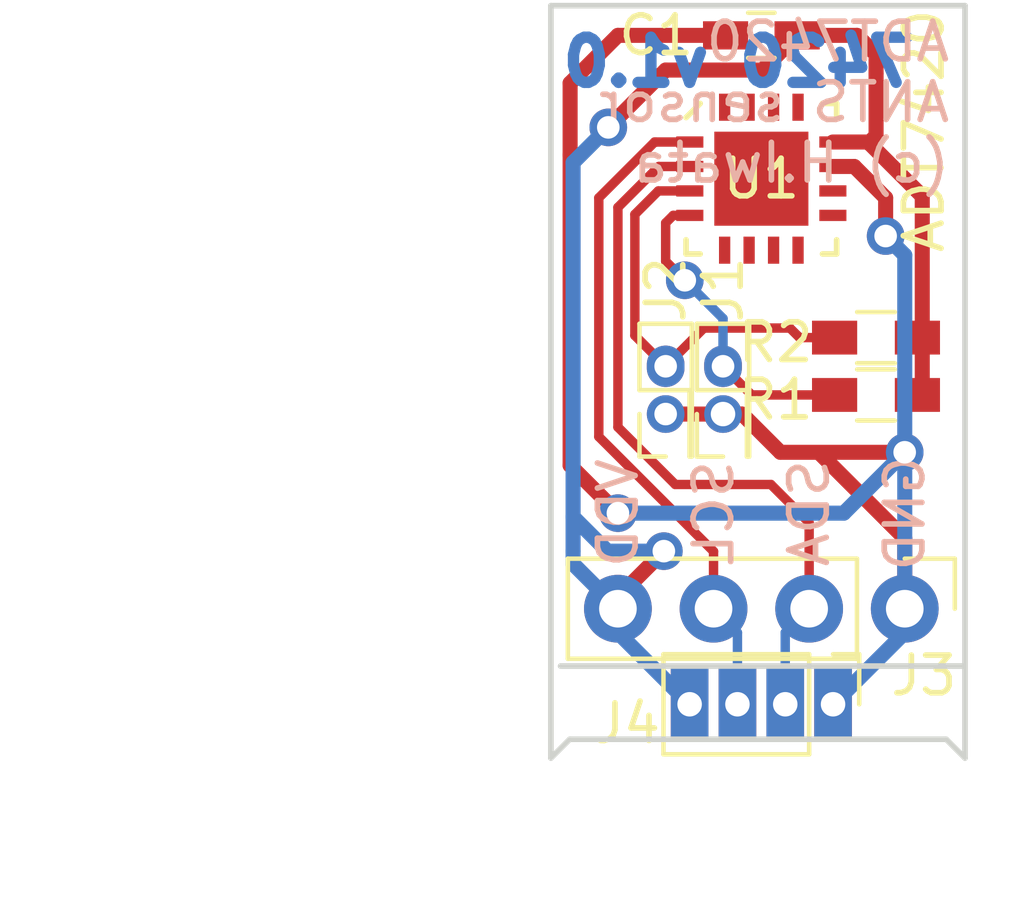
<source format=kicad_pcb>
(kicad_pcb (version 4) (host pcbnew 4.0.6)

  (general
    (links 18)
    (no_connects 0)
    (area 128.150001 96.815 155 122.700001)
    (thickness 1.6)
    (drawings 15)
    (tracks 89)
    (zones 0)
    (modules 8)
    (nets 18)
  )

  (page A4)
  (layers
    (0 F.Cu signal)
    (31 B.Cu signal)
    (32 B.Adhes user)
    (33 F.Adhes user)
    (34 B.Paste user)
    (35 F.Paste user)
    (36 B.SilkS user)
    (37 F.SilkS user hide)
    (38 B.Mask user)
    (39 F.Mask user)
    (40 Dwgs.User user)
    (41 Cmts.User user)
    (42 Eco1.User user)
    (43 Eco2.User user)
    (44 Edge.Cuts user)
    (45 Margin user)
    (46 B.CrtYd user)
    (47 F.CrtYd user)
    (48 B.Fab user)
    (49 F.Fab user)
  )

  (setup
    (last_trace_width 0.4)
    (user_trace_width 0.4)
    (trace_clearance 0.2)
    (zone_clearance 0.508)
    (zone_45_only no)
    (trace_min 0.2)
    (segment_width 0.2)
    (edge_width 0.15)
    (via_size 0.6)
    (via_drill 0.4)
    (via_min_size 0.4)
    (via_min_drill 0.3)
    (user_via 0.8 0.6)
    (user_via 1 0.6)
    (uvia_size 0.3)
    (uvia_drill 0.1)
    (uvias_allowed no)
    (uvia_min_size 0.2)
    (uvia_min_drill 0.1)
    (pcb_text_width 0.3)
    (pcb_text_size 1.5 1.5)
    (mod_edge_width 0.15)
    (mod_text_size 1 1)
    (mod_text_width 0.15)
    (pad_size 1 1)
    (pad_drill 0.65)
    (pad_to_mask_clearance 0.2)
    (aux_axis_origin 0 0)
    (grid_origin 146 109)
    (visible_elements 7FFFFFFF)
    (pcbplotparams
      (layerselection 0x010f0_80000001)
      (usegerberextensions false)
      (excludeedgelayer true)
      (linewidth 0.100000)
      (plotframeref false)
      (viasonmask false)
      (mode 1)
      (useauxorigin false)
      (hpglpennumber 1)
      (hpglpenspeed 20)
      (hpglpendiameter 15)
      (hpglpenoverlay 2)
      (psnegative false)
      (psa4output false)
      (plotreference true)
      (plotvalue true)
      (plotinvisibletext false)
      (padsonsilk false)
      (subtractmaskfromsilk false)
      (outputformat 1)
      (mirror false)
      (drillshape 0)
      (scaleselection 1)
      (outputdirectory ADT7420_cnt/))
  )

  (net 0 "")
  (net 1 /VDD)
  (net 2 /GND)
  (net 3 "Net-(J1-Pad2)")
  (net 4 "Net-(J2-Pad2)")
  (net 5 /SDA)
  (net 6 /SCL)
  (net 7 "Net-(U1-Pad5)")
  (net 8 "Net-(U1-Pad6)")
  (net 9 "Net-(U1-Pad7)")
  (net 10 "Net-(U1-Pad8)")
  (net 11 "Net-(U1-Pad9)")
  (net 12 "Net-(U1-Pad10)")
  (net 13 "Net-(U1-Pad13)")
  (net 14 "Net-(U1-Pad14)")
  (net 15 "Net-(U1-Pad15)")
  (net 16 "Net-(U1-Pad16)")
  (net 17 "Net-(U1-Pad17)")

  (net_class Default "これは標準のネット クラスです。"
    (clearance 0.2)
    (trace_width 0.25)
    (via_dia 0.6)
    (via_drill 0.4)
    (uvia_dia 0.3)
    (uvia_drill 0.1)
    (add_net /GND)
    (add_net /SCL)
    (add_net /SDA)
    (add_net /VDD)
    (add_net "Net-(J1-Pad2)")
    (add_net "Net-(J2-Pad2)")
    (add_net "Net-(U1-Pad10)")
    (add_net "Net-(U1-Pad13)")
    (add_net "Net-(U1-Pad14)")
    (add_net "Net-(U1-Pad15)")
    (add_net "Net-(U1-Pad16)")
    (add_net "Net-(U1-Pad17)")
    (add_net "Net-(U1-Pad5)")
    (add_net "Net-(U1-Pad6)")
    (add_net "Net-(U1-Pad7)")
    (add_net "Net-(U1-Pad8)")
    (add_net "Net-(U1-Pad9)")
  )

  (module Resistors_SMD:R_0603_HandSoldering (layer F.Cu) (tedit 59FBD32F) (tstamp 59FBC09D)
    (at 151.636 105.824 180)
    (descr "Resistor SMD 0603, hand soldering")
    (tags "resistor 0603")
    (path /59FBBFD9)
    (attr smd)
    (fp_text reference R2 (at 2.667 -0.127 180) (layer F.SilkS)
      (effects (font (size 1 1) (thickness 0.15)))
    )
    (fp_text value 10k (at -0.635 -1.397 180) (layer F.Fab)
      (effects (font (size 1 1) (thickness 0.15)))
    )
    (fp_text user %R (at 0 0 180) (layer F.Fab)
      (effects (font (size 0.5 0.5) (thickness 0.075)))
    )
    (fp_line (start -0.8 0.4) (end -0.8 -0.4) (layer F.Fab) (width 0.1))
    (fp_line (start 0.8 0.4) (end -0.8 0.4) (layer F.Fab) (width 0.1))
    (fp_line (start 0.8 -0.4) (end 0.8 0.4) (layer F.Fab) (width 0.1))
    (fp_line (start -0.8 -0.4) (end 0.8 -0.4) (layer F.Fab) (width 0.1))
    (fp_line (start 0.5 0.68) (end -0.5 0.68) (layer F.SilkS) (width 0.12))
    (fp_line (start -0.5 -0.68) (end 0.5 -0.68) (layer F.SilkS) (width 0.12))
    (fp_line (start -1.96 -0.7) (end 1.95 -0.7) (layer F.CrtYd) (width 0.05))
    (fp_line (start -1.96 -0.7) (end -1.96 0.7) (layer F.CrtYd) (width 0.05))
    (fp_line (start 1.95 0.7) (end 1.95 -0.7) (layer F.CrtYd) (width 0.05))
    (fp_line (start 1.95 0.7) (end -1.96 0.7) (layer F.CrtYd) (width 0.05))
    (pad 1 smd rect (at -1.1 0 180) (size 1.2 0.9) (layers F.Cu F.Paste F.Mask)
      (net 1 /VDD))
    (pad 2 smd rect (at 1.1 0 180) (size 1.2 0.9) (layers F.Cu F.Paste F.Mask)
      (net 4 "Net-(J2-Pad2)"))
    (model ${KISYS3DMOD}/Resistors_SMD.3dshapes/R_0603.wrl
      (at (xyz 0 0 0))
      (scale (xyz 1 1 1))
      (rotate (xyz 0 0 0))
    )
  )

  (module Capacitors_SMD:C_0603_HandSoldering (layer F.Cu) (tedit 59FBD359) (tstamp 59FBC075)
    (at 148.59 97.79 180)
    (descr "Capacitor SMD 0603, hand soldering")
    (tags "capacitor 0603")
    (path /59FBC39F)
    (attr smd)
    (fp_text reference C1 (at 2.794 0 180) (layer F.SilkS)
      (effects (font (size 1 1) (thickness 0.15)))
    )
    (fp_text value 0.1u (at 0 -1.016 180) (layer F.Fab)
      (effects (font (size 1 1) (thickness 0.15)))
    )
    (fp_text user %R (at 0 -1.25 180) (layer F.Fab)
      (effects (font (size 1 1) (thickness 0.15)))
    )
    (fp_line (start -0.8 0.4) (end -0.8 -0.4) (layer F.Fab) (width 0.1))
    (fp_line (start 0.8 0.4) (end -0.8 0.4) (layer F.Fab) (width 0.1))
    (fp_line (start 0.8 -0.4) (end 0.8 0.4) (layer F.Fab) (width 0.1))
    (fp_line (start -0.8 -0.4) (end 0.8 -0.4) (layer F.Fab) (width 0.1))
    (fp_line (start -0.35 -0.6) (end 0.35 -0.6) (layer F.SilkS) (width 0.12))
    (fp_line (start 0.35 0.6) (end -0.35 0.6) (layer F.SilkS) (width 0.12))
    (fp_line (start -1.8 -0.65) (end 1.8 -0.65) (layer F.CrtYd) (width 0.05))
    (fp_line (start -1.8 -0.65) (end -1.8 0.65) (layer F.CrtYd) (width 0.05))
    (fp_line (start 1.8 0.65) (end 1.8 -0.65) (layer F.CrtYd) (width 0.05))
    (fp_line (start 1.8 0.65) (end -1.8 0.65) (layer F.CrtYd) (width 0.05))
    (pad 1 smd rect (at -0.95 0 180) (size 1.2 0.75) (layers F.Cu F.Paste F.Mask)
      (net 1 /VDD))
    (pad 2 smd rect (at 0.95 0 180) (size 1.2 0.75) (layers F.Cu F.Paste F.Mask)
      (net 2 /GND))
    (model Capacitors_SMD.3dshapes/C_0603.wrl
      (at (xyz 0 0 0))
      (scale (xyz 1 1 1))
      (rotate (xyz 0 0 0))
    )
  )

  (module Pin_Headers:Pin_Header_Straight_2x01_Pitch1.27mm (layer F.Cu) (tedit 59FC308D) (tstamp 59FBC07B)
    (at 147.572 107.856 90)
    (descr "Through hole straight pin header, 2x01, 1.27mm pitch, double rows")
    (tags "Through hole pin header THT 2x01 1.27mm double row")
    (path /59FBC1F0)
    (fp_text reference J1 (at 3.302 0 90) (layer F.SilkS)
      (effects (font (size 1 1) (thickness 0.15)))
    )
    (fp_text value A1 (at -2.032 0 90) (layer F.Fab)
      (effects (font (size 1 1) (thickness 0.15)))
    )
    (fp_line (start -1.07 -0.635) (end -1.07 0.635) (layer F.Fab) (width 0.1))
    (fp_line (start -1.07 0.635) (end 2.34 0.635) (layer F.Fab) (width 0.1))
    (fp_line (start 2.34 0.635) (end 2.34 -0.635) (layer F.Fab) (width 0.1))
    (fp_line (start 2.34 -0.635) (end -1.07 -0.635) (layer F.Fab) (width 0.1))
    (fp_line (start -1.13 0.635) (end -1.13 0.695) (layer F.SilkS) (width 0.12))
    (fp_line (start -1.13 0.695) (end 2.4 0.695) (layer F.SilkS) (width 0.12))
    (fp_line (start 2.4 0.695) (end 2.4 -0.695) (layer F.SilkS) (width 0.12))
    (fp_line (start 2.4 -0.695) (end 0.635 -0.695) (layer F.SilkS) (width 0.12))
    (fp_line (start 0.635 -0.695) (end 0.635 0.635) (layer F.SilkS) (width 0.12))
    (fp_line (start 0.635 0.635) (end -1.13 0.635) (layer F.SilkS) (width 0.12))
    (fp_line (start -1.13 0) (end -1.13 -0.695) (layer F.SilkS) (width 0.12))
    (fp_line (start -1.13 -0.695) (end 0 -0.695) (layer F.SilkS) (width 0.12))
    (fp_line (start -1.6 -1.15) (end -1.6 1.15) (layer F.CrtYd) (width 0.05))
    (fp_line (start -1.6 1.15) (end 2.85 1.15) (layer F.CrtYd) (width 0.05))
    (fp_line (start 2.85 1.15) (end 2.85 -1.15) (layer F.CrtYd) (width 0.05))
    (fp_line (start 2.85 -1.15) (end -1.6 -1.15) (layer F.CrtYd) (width 0.05))
    (fp_text user %R (at 0.635 -1.695 90) (layer F.Fab)
      (effects (font (size 1 1) (thickness 0.15)))
    )
    (pad 1 thru_hole oval (at 0 0 90) (size 1 1) (drill 0.65) (layers *.Cu *.Mask)
      (net 2 /GND))
    (pad 2 thru_hole oval (at 1.27 0 90) (size 1.1 1) (drill 0.6) (layers *.Cu *.Mask)
      (net 3 "Net-(J1-Pad2)"))
    (model ${KISYS3DMOD}/Pin_Headers.3dshapes/Pin_Header_Straight_2x01_Pitch1.27mm.wrl
      (at (xyz 0 0 0))
      (scale (xyz 1 1 1))
      (rotate (xyz 0 0 0))
    )
  )

  (module Pin_Headers:Pin_Header_Straight_2x01_Pitch1.27mm (layer F.Cu) (tedit 59FC2CEE) (tstamp 59FBC081)
    (at 146.048 107.856 90)
    (descr "Through hole straight pin header, 2x01, 1.27mm pitch, double rows")
    (tags "Through hole pin header THT 2x01 1.27mm double row")
    (path /59FBC199)
    (fp_text reference J2 (at 3.302 0 90) (layer F.SilkS)
      (effects (font (size 1 1) (thickness 0.15)))
    )
    (fp_text value A0 (at -2.032 0 90) (layer F.Fab)
      (effects (font (size 1 1) (thickness 0.15)))
    )
    (fp_line (start -1.07 -0.635) (end -1.07 0.635) (layer F.Fab) (width 0.1))
    (fp_line (start -1.07 0.635) (end 2.34 0.635) (layer F.Fab) (width 0.1))
    (fp_line (start 2.34 0.635) (end 2.34 -0.635) (layer F.Fab) (width 0.1))
    (fp_line (start 2.34 -0.635) (end -1.07 -0.635) (layer F.Fab) (width 0.1))
    (fp_line (start -1.13 0.635) (end -1.13 0.695) (layer F.SilkS) (width 0.12))
    (fp_line (start -1.13 0.695) (end 2.4 0.695) (layer F.SilkS) (width 0.12))
    (fp_line (start 2.4 0.695) (end 2.4 -0.695) (layer F.SilkS) (width 0.12))
    (fp_line (start 2.4 -0.695) (end 0.635 -0.695) (layer F.SilkS) (width 0.12))
    (fp_line (start 0.635 -0.695) (end 0.635 0.635) (layer F.SilkS) (width 0.12))
    (fp_line (start 0.635 0.635) (end -1.13 0.635) (layer F.SilkS) (width 0.12))
    (fp_line (start -1.13 0) (end -1.13 -0.695) (layer F.SilkS) (width 0.12))
    (fp_line (start -1.13 -0.695) (end 0 -0.695) (layer F.SilkS) (width 0.12))
    (fp_line (start -1.6 -1.15) (end -1.6 1.15) (layer F.CrtYd) (width 0.05))
    (fp_line (start -1.6 1.15) (end 2.85 1.15) (layer F.CrtYd) (width 0.05))
    (fp_line (start 2.85 1.15) (end 2.85 -1.15) (layer F.CrtYd) (width 0.05))
    (fp_line (start 2.85 -1.15) (end -1.6 -1.15) (layer F.CrtYd) (width 0.05))
    (fp_text user %R (at 0.635 -1.695 90) (layer F.Fab)
      (effects (font (size 1 1) (thickness 0.15)))
    )
    (pad 1 thru_hole oval (at 0 0 90) (size 1 1) (drill 0.6) (layers *.Cu *.Mask)
      (net 2 /GND))
    (pad 2 thru_hole oval (at 1.27 0 90) (size 1.1 1) (drill 0.6) (layers *.Cu *.Mask)
      (net 4 "Net-(J2-Pad2)"))
    (model ${KISYS3DMOD}/Pin_Headers.3dshapes/Pin_Header_Straight_2x01_Pitch1.27mm.wrl
      (at (xyz 0 0 0))
      (scale (xyz 1 1 1))
      (rotate (xyz 0 0 0))
    )
  )

  (module Pin_Headers:Pin_Header_Straight_1x04_Pitch2.54mm (layer F.Cu) (tedit 59FC2E2E) (tstamp 59FBC089)
    (at 152.4 113.03 270)
    (descr "Through hole straight pin header, 1x04, 2.54mm pitch, single row")
    (tags "Through hole pin header THT 1x04 2.54mm single row")
    (path /59FBBC2E)
    (fp_text reference J3 (at 1.778 -0.508 360) (layer F.SilkS)
      (effects (font (size 1 1) (thickness 0.15)))
    )
    (fp_text value conn_2.54 (at -1.524 4.064 360) (layer F.Fab)
      (effects (font (size 1 1) (thickness 0.15)))
    )
    (fp_line (start -1.27 -1.27) (end -1.27 8.89) (layer F.Fab) (width 0.1))
    (fp_line (start -1.27 8.89) (end 1.27 8.89) (layer F.Fab) (width 0.1))
    (fp_line (start 1.27 8.89) (end 1.27 -1.27) (layer F.Fab) (width 0.1))
    (fp_line (start 1.27 -1.27) (end -1.27 -1.27) (layer F.Fab) (width 0.1))
    (fp_line (start -1.33 1.27) (end -1.33 8.95) (layer F.SilkS) (width 0.12))
    (fp_line (start -1.33 8.95) (end 1.33 8.95) (layer F.SilkS) (width 0.12))
    (fp_line (start 1.33 8.95) (end 1.33 1.27) (layer F.SilkS) (width 0.12))
    (fp_line (start 1.33 1.27) (end -1.33 1.27) (layer F.SilkS) (width 0.12))
    (fp_line (start -1.33 0) (end -1.33 -1.33) (layer F.SilkS) (width 0.12))
    (fp_line (start -1.33 -1.33) (end 0 -1.33) (layer F.SilkS) (width 0.12))
    (fp_line (start -1.8 -1.8) (end -1.8 9.4) (layer F.CrtYd) (width 0.05))
    (fp_line (start -1.8 9.4) (end 1.8 9.4) (layer F.CrtYd) (width 0.05))
    (fp_line (start 1.8 9.4) (end 1.8 -1.8) (layer F.CrtYd) (width 0.05))
    (fp_line (start 1.8 -1.8) (end -1.8 -1.8) (layer F.CrtYd) (width 0.05))
    (fp_text user %R (at 0 -2.33 270) (layer F.Fab)
      (effects (font (size 1 1) (thickness 0.15)))
    )
    (pad 1 thru_hole circle (at 0 0 270) (size 1.8 1.8) (drill 1) (layers *.Cu *.Mask)
      (net 2 /GND))
    (pad 2 thru_hole circle (at 0 2.54 270) (size 1.8 1.8) (drill 1) (layers *.Cu *.Mask)
      (net 5 /SDA))
    (pad 3 thru_hole circle (at 0 5.08 270) (size 1.8 1.8) (drill 1) (layers *.Cu *.Mask)
      (net 6 /SCL))
    (pad 4 thru_hole circle (at 0 7.62 270) (size 1.8 1.8) (drill 1) (layers *.Cu *.Mask)
      (net 1 /VDD))
    (model ${KISYS3DMOD}/Pin_Headers.3dshapes/Pin_Header_Straight_1x04_Pitch2.54mm.wrl
      (at (xyz 0 -0.15 0))
      (scale (xyz 1 1 1))
      (rotate (xyz 0 0 90))
    )
  )

  (module Pin_Headers:Pin_Header_Straight_1x04_Pitch1.27mm (layer F.Cu) (tedit 59FBD37B) (tstamp 59FBC091)
    (at 150.495 115.57 270)
    (descr "Through hole straight pin header, 1x04, 1.27mm pitch, single row")
    (tags "Through hole pin header THT 1x04 1.27mm single row")
    (path /59FBBC15)
    (fp_text reference J4 (at 0.508 5.461 360) (layer F.SilkS)
      (effects (font (size 1 1) (thickness 0.15)))
    )
    (fp_text value conn_1.27 (at 2.032 2.159 360) (layer F.Fab)
      (effects (font (size 1 1) (thickness 0.15)))
    )
    (fp_line (start -1.27 -0.635) (end -1.27 4.445) (layer F.Fab) (width 0.1))
    (fp_line (start -1.27 4.445) (end 1.27 4.445) (layer F.Fab) (width 0.1))
    (fp_line (start 1.27 4.445) (end 1.27 -0.635) (layer F.Fab) (width 0.1))
    (fp_line (start 1.27 -0.635) (end -1.27 -0.635) (layer F.Fab) (width 0.1))
    (fp_line (start -1.33 0.635) (end -1.33 4.505) (layer F.SilkS) (width 0.12))
    (fp_line (start -1.33 4.505) (end 1.33 4.505) (layer F.SilkS) (width 0.12))
    (fp_line (start 1.33 4.505) (end 1.33 0.635) (layer F.SilkS) (width 0.12))
    (fp_line (start 1.33 0.635) (end -1.33 0.635) (layer F.SilkS) (width 0.12))
    (fp_line (start -1.33 0) (end -1.33 -0.695) (layer F.SilkS) (width 0.12))
    (fp_line (start -1.33 -0.695) (end 0 -0.695) (layer F.SilkS) (width 0.12))
    (fp_line (start -1.8 -1.15) (end -1.8 4.95) (layer F.CrtYd) (width 0.05))
    (fp_line (start -1.8 4.95) (end 1.8 4.95) (layer F.CrtYd) (width 0.05))
    (fp_line (start 1.8 4.95) (end 1.8 -1.15) (layer F.CrtYd) (width 0.05))
    (fp_line (start 1.8 -1.15) (end -1.8 -1.15) (layer F.CrtYd) (width 0.05))
    (fp_text user %R (at 0 -1.695 270) (layer F.Fab)
      (effects (font (size 1 1) (thickness 0.15)))
    )
    (pad 1 thru_hole rect (at 0 0 270) (size 2 1) (drill 0.65) (layers *.Cu *.Mask)
      (net 2 /GND))
    (pad 2 thru_hole rect (at 0 1.27 270) (size 2 1) (drill 0.65) (layers *.Cu *.Mask)
      (net 5 /SDA))
    (pad 3 thru_hole rect (at 0 2.54 270) (size 2 1) (drill 0.65) (layers *.Cu *.Mask)
      (net 6 /SCL))
    (pad 4 thru_hole rect (at 0 3.81 270) (size 2 1) (drill 0.65) (layers *.Cu *.Mask)
      (net 1 /VDD))
    (model ${KISYS3DMOD}/Pin_Headers.3dshapes/Pin_Header_Straight_1x04_Pitch1.27mm.wrl
      (at (xyz 0 0 0))
      (scale (xyz 1 1 1))
      (rotate (xyz 0 0 0))
    )
  )

  (module Resistors_SMD:R_0603_HandSoldering (layer F.Cu) (tedit 59FBD332) (tstamp 59FBC097)
    (at 151.636 107.348 180)
    (descr "Resistor SMD 0603, hand soldering")
    (tags "resistor 0603")
    (path /59FBC03A)
    (attr smd)
    (fp_text reference R1 (at 2.667 -0.127 180) (layer F.SilkS)
      (effects (font (size 1 1) (thickness 0.15)))
    )
    (fp_text value 10k (at -0.635 1.397 180) (layer F.Fab)
      (effects (font (size 1 1) (thickness 0.15)))
    )
    (fp_text user %R (at 0 0 180) (layer F.Fab)
      (effects (font (size 0.5 0.5) (thickness 0.075)))
    )
    (fp_line (start -0.8 0.4) (end -0.8 -0.4) (layer F.Fab) (width 0.1))
    (fp_line (start 0.8 0.4) (end -0.8 0.4) (layer F.Fab) (width 0.1))
    (fp_line (start 0.8 -0.4) (end 0.8 0.4) (layer F.Fab) (width 0.1))
    (fp_line (start -0.8 -0.4) (end 0.8 -0.4) (layer F.Fab) (width 0.1))
    (fp_line (start 0.5 0.68) (end -0.5 0.68) (layer F.SilkS) (width 0.12))
    (fp_line (start -0.5 -0.68) (end 0.5 -0.68) (layer F.SilkS) (width 0.12))
    (fp_line (start -1.96 -0.7) (end 1.95 -0.7) (layer F.CrtYd) (width 0.05))
    (fp_line (start -1.96 -0.7) (end -1.96 0.7) (layer F.CrtYd) (width 0.05))
    (fp_line (start 1.95 0.7) (end 1.95 -0.7) (layer F.CrtYd) (width 0.05))
    (fp_line (start 1.95 0.7) (end -1.96 0.7) (layer F.CrtYd) (width 0.05))
    (pad 1 smd rect (at -1.1 0 180) (size 1.2 0.9) (layers F.Cu F.Paste F.Mask)
      (net 1 /VDD))
    (pad 2 smd rect (at 1.1 0 180) (size 1.2 0.9) (layers F.Cu F.Paste F.Mask)
      (net 3 "Net-(J1-Pad2)"))
    (model ${KISYS3DMOD}/Resistors_SMD.3dshapes/R_0603.wrl
      (at (xyz 0 0 0))
      (scale (xyz 1 1 1))
      (rotate (xyz 0 0 0))
    )
  )

  (module ADT7420:ADT7420 (layer F.Cu) (tedit 59FBD3A4) (tstamp 59FBC0B2)
    (at 148.59 101.6)
    (path /59FAE318)
    (solder_mask_margin 0.1)
    (attr smd)
    (fp_text reference U1 (at 0 0) (layer F.SilkS)
      (effects (font (size 1 1) (thickness 0.15)))
    )
    (fp_text value ADT7420 (at 4.318 -1.27 90) (layer F.SilkS)
      (effects (font (size 1 1) (thickness 0.15)))
    )
    (fp_line (start -2 -1.625) (end -1.625 -2) (layer F.SilkS) (width 0.15))
    (fp_line (start 1.625 -2) (end 2 -2) (layer F.SilkS) (width 0.15))
    (fp_line (start 2 -2) (end 2 -1.625) (layer F.SilkS) (width 0.15))
    (fp_line (start -1.625 2) (end -2 2) (layer F.SilkS) (width 0.15))
    (fp_line (start -2 2) (end -2 1.625) (layer F.SilkS) (width 0.15))
    (fp_line (start 1.625 2) (end 2 2) (layer F.SilkS) (width 0.15))
    (fp_line (start 2 2) (end 2 1.625) (layer F.SilkS) (width 0.15))
    (fp_line (start -3.2 -3.2) (end 3.2 -3.2) (layer F.CrtYd) (width 0.05))
    (fp_line (start 3.2 -3.2) (end 3.2 3.2) (layer F.CrtYd) (width 0.05))
    (fp_line (start 3.2 3.2) (end -3.2 3.2) (layer F.CrtYd) (width 0.05))
    (fp_line (start -3.2 3.2) (end -3.2 -3.2) (layer F.CrtYd) (width 0.05))
    (pad 1 smd rect (at -1.9 -0.975 90) (size 0.3 0.72) (layers F.Cu F.Paste F.Mask)
      (net 6 /SCL))
    (pad 2 smd rect (at -1.9 -0.325 90) (size 0.3 0.72) (layers F.Cu F.Paste F.Mask)
      (net 5 /SDA))
    (pad 3 smd rect (at -1.9 0.325 90) (size 0.3 0.72) (layers F.Cu F.Paste F.Mask)
      (net 4 "Net-(J2-Pad2)"))
    (pad 4 smd rect (at -1.9 0.975 90) (size 0.3 0.72) (layers F.Cu F.Paste F.Mask)
      (net 3 "Net-(J1-Pad2)"))
    (pad 5 smd rect (at -0.975 1.9) (size 0.3 0.72) (layers F.Cu F.Paste F.Mask)
      (net 7 "Net-(U1-Pad5)"))
    (pad 6 smd rect (at -0.325 1.9) (size 0.3 0.72) (layers F.Cu F.Paste F.Mask)
      (net 8 "Net-(U1-Pad6)"))
    (pad 7 smd rect (at 0.325 1.9) (size 0.3 0.72) (layers F.Cu F.Paste F.Mask)
      (net 9 "Net-(U1-Pad7)"))
    (pad 8 smd rect (at 0.975 1.9) (size 0.3 0.72) (layers F.Cu F.Paste F.Mask)
      (net 10 "Net-(U1-Pad8)"))
    (pad 9 smd rect (at 1.9 0.975 90) (size 0.3 0.72) (layers F.Cu F.Paste F.Mask)
      (net 11 "Net-(U1-Pad9)"))
    (pad 10 smd rect (at 1.9 0.325 90) (size 0.3 0.72) (layers F.Cu F.Paste F.Mask)
      (net 12 "Net-(U1-Pad10)"))
    (pad 11 smd rect (at 1.9 -0.325 90) (size 0.3 0.72) (layers F.Cu F.Paste F.Mask)
      (net 2 /GND))
    (pad 12 smd rect (at 1.9 -0.975 90) (size 0.3 0.72) (layers F.Cu F.Paste F.Mask)
      (net 1 /VDD))
    (pad 13 smd rect (at 0.975 -1.9) (size 0.3 0.72) (layers F.Cu F.Paste F.Mask)
      (net 13 "Net-(U1-Pad13)"))
    (pad 14 smd rect (at 0.325 -1.9) (size 0.3 0.72) (layers F.Cu F.Paste F.Mask)
      (net 14 "Net-(U1-Pad14)"))
    (pad 15 smd rect (at -0.325 -1.9) (size 0.3 0.72) (layers F.Cu F.Paste F.Mask)
      (net 15 "Net-(U1-Pad15)"))
    (pad 16 smd rect (at -0.975 -1.9) (size 0.3 0.72) (layers F.Cu F.Paste F.Mask)
      (net 16 "Net-(U1-Pad16)"))
    (pad 17 smd rect (at 0 0) (size 2.5 2.5) (layers F.Cu F.Paste F.Mask)
      (net 17 "Net-(U1-Pad17)"))
    (model ADT7420.3dshapes/ADT7420.wrl
      (at (xyz 0 0 0))
      (scale (xyz 0.3937 0.3937 0.3937))
      (rotate (xyz 0 0 0))
    )
  )

  (gr_text "7420 v1.0" (at 148 98.5) (layer B.Cu)
    (effects (font (size 1.2 1.2) (thickness 0.3)) (justify mirror))
  )
  (gr_line (start 153.5 116.5) (end 154 117) (angle 90) (layer Edge.Cuts) (width 0.15))
  (gr_line (start 143.5 116.5) (end 153.5 116.5) (angle 90) (layer Edge.Cuts) (width 0.15))
  (gr_line (start 143 117) (end 143.5 116.5) (angle 90) (layer Edge.Cuts) (width 0.15))
  (dimension 20 (width 0.3) (layer Dwgs.User)
    (gr_text "20.000 mm" (at 134.65 107 90) (layer Dwgs.User)
      (effects (font (size 1.5 1.5) (thickness 0.3)))
    )
    (feature1 (pts (xy 143 97) (xy 133.3 97)))
    (feature2 (pts (xy 143 117) (xy 133.3 117)))
    (crossbar (pts (xy 136 117) (xy 136 97)))
    (arrow1a (pts (xy 136 97) (xy 136.586421 98.126504)))
    (arrow1b (pts (xy 136 97) (xy 135.413579 98.126504)))
    (arrow2a (pts (xy 136 117) (xy 136.586421 115.873496)))
    (arrow2b (pts (xy 136 117) (xy 135.413579 115.873496)))
  )
  (dimension 11 (width 0.3) (layer Dwgs.User)
    (gr_text "11.000 mm" (at 148.5 121.35) (layer Dwgs.User)
      (effects (font (size 1.5 1.5) (thickness 0.3)))
    )
    (feature1 (pts (xy 154 117) (xy 154 122.7)))
    (feature2 (pts (xy 143 117) (xy 143 122.7)))
    (crossbar (pts (xy 143 120) (xy 154 120)))
    (arrow1a (pts (xy 154 120) (xy 152.873496 120.586421)))
    (arrow1b (pts (xy 154 120) (xy 152.873496 119.413579)))
    (arrow2a (pts (xy 143 120) (xy 144.126504 120.586421)))
    (arrow2b (pts (xy 143 120) (xy 144.126504 119.413579)))
  )
  (gr_text "ADT7420\nANTS sensor\n(c) H.Iwata" (at 153.67 99.568) (layer B.SilkS)
    (effects (font (size 1 1) (thickness 0.15)) (justify left mirror))
  )
  (gr_text GND (at 152.4 110.49 90) (layer B.SilkS)
    (effects (font (size 1 1) (thickness 0.15)) (justify mirror))
  )
  (gr_text SDA (at 149.86 110.49 90) (layer B.SilkS)
    (effects (font (size 1 1) (thickness 0.15)) (justify mirror))
  )
  (gr_text SCL (at 147.32 110.49 90) (layer B.SilkS)
    (effects (font (size 1 1) (thickness 0.15)) (justify mirror))
  )
  (gr_text VDD (at 144.78 110.49 90) (layer B.SilkS)
    (effects (font (size 1 1) (thickness 0.15)) (justify mirror))
  )
  (gr_line (start 143 97) (end 143 117) (angle 90) (layer Edge.Cuts) (width 0.15))
  (gr_line (start 154 97) (end 143 97) (angle 90) (layer Edge.Cuts) (width 0.15))
  (gr_line (start 154 117) (end 154 97) (angle 90) (layer Edge.Cuts) (width 0.15))
  (gr_line (start 143.256 114.554) (end 153.924 114.554) (angle 90) (layer Edge.Cuts) (width 0.15))

  (segment (start 146 111.5) (end 144.5 111.5) (width 0.4) (layer B.Cu) (net 1))
  (via (at 146 111.5) (size 1) (drill 0.6) (layers F.Cu B.Cu) (net 1))
  (segment (start 144.78 112.72) (end 146 111.5) (width 0.4) (layer F.Cu) (net 1) (tstamp 5A054373) (status 400000))
  (segment (start 144.5 111.5) (end 143.589 110.589) (width 0.4) (layer B.Cu) (net 1) (tstamp 5A054381))
  (segment (start 144.78 113.03) (end 144.78 112.72) (width 0.4) (layer F.Cu) (net 1) (status C00000))
  (segment (start 144.78 113.03) (end 143.589 111.839) (width 0.4) (layer B.Cu) (net 1))
  (segment (start 143.589 111.5) (end 143.589 110.589) (width 0.4) (layer B.Cu) (net 1) (tstamp 5A054379))
  (segment (start 143.589 111.839) (end 143.589 111.5) (width 0.4) (layer B.Cu) (net 1))
  (segment (start 146.048 98.712) (end 148.618 98.712) (width 0.4) (layer F.Cu) (net 1) (tstamp 5A054335))
  (segment (start 144.524 100.236) (end 146.048 98.712) (width 0.4) (layer F.Cu) (net 1))
  (segment (start 143.589 101.171) (end 144.524 100.236) (width 0.4) (layer B.Cu) (net 1) (tstamp 5A054327))
  (via (at 144.524 100.236) (size 1) (drill 0.6) (layers F.Cu B.Cu) (net 1))
  (segment (start 143.589 110.589) (end 143.589 101.171) (width 0.4) (layer B.Cu) (net 1) (tstamp 5A054389))
  (segment (start 148.618 98.712) (end 149.54 97.79) (width 0.4) (layer F.Cu) (net 1) (tstamp 5A054336))
  (segment (start 144.78 113.03) (end 144.78 113.665) (width 0.4) (layer B.Cu) (net 1))
  (segment (start 144.78 113.665) (end 146.685 115.57) (width 0.4) (layer B.Cu) (net 1) (tstamp 59FBCFD4))
  (segment (start 152.865 106.045) (end 152.865 107.315) (width 0.4) (layer F.Cu) (net 1))
  (segment (start 151.47 100.625) (end 151.47 100.67) (width 0.4) (layer F.Cu) (net 1))
  (segment (start 152.865 102.065) (end 152.865 106.045) (width 0.4) (layer F.Cu) (net 1) (tstamp 59FBC6DA))
  (segment (start 151.47 100.67) (end 152.865 102.065) (width 0.4) (layer F.Cu) (net 1) (tstamp 59FBC6D6))
  (segment (start 151.47 100.625) (end 151.638 100.457) (width 0.4) (layer F.Cu) (net 1) (tstamp 59FBC6AF))
  (segment (start 151.638 100.457) (end 151.638 98.806) (width 0.4) (layer F.Cu) (net 1) (tstamp 59FBC6B0))
  (segment (start 151.638 98.298) (end 151.13 97.79) (width 0.4) (layer F.Cu) (net 1) (tstamp 59FBC6B1))
  (segment (start 151.638 98.806) (end 151.638 98.298) (width 0.4) (layer F.Cu) (net 1) (tstamp 59FBD0AC))
  (segment (start 151.13 97.79) (end 149.54 97.79) (width 0.4) (layer F.Cu) (net 1) (tstamp 59FBC6B4))
  (segment (start 150.49 100.625) (end 151.47 100.625) (width 0.4) (layer F.Cu) (net 1))
  (segment (start 144.78 110.49) (end 150.78 110.49) (width 0.4) (layer B.Cu) (net 2))
  (via (at 144.78 110.49) (size 1) (drill 0.6) (layers F.Cu B.Cu) (net 2))
  (segment (start 143.51 109.22) (end 144.78 110.49) (width 0.4) (layer F.Cu) (net 2) (tstamp 59FBD0F0))
  (segment (start 143.51 99.06) (end 143.51 100.965) (width 0.4) (layer F.Cu) (net 2) (tstamp 59FBD0EB))
  (segment (start 143.51 100.965) (end 143.51 109.22) (width 0.4) (layer F.Cu) (net 2) (tstamp 59FC3178))
  (segment (start 144.78 97.79) (end 143.51 99.06) (width 0.4) (layer F.Cu) (net 2) (tstamp 59FBD0E9))
  (segment (start 147.64 97.79) (end 144.78 97.79) (width 0.4) (layer F.Cu) (net 2))
  (segment (start 150.78 110.49) (end 152.398 108.872) (width 0.4) (layer B.Cu) (net 2) (tstamp 5A054358))
  (segment (start 152.4 113.03) (end 152.4 113.665) (width 0.4) (layer B.Cu) (net 2))
  (segment (start 152.4 113.665) (end 150.495 115.57) (width 0.4) (layer B.Cu) (net 2) (tstamp 5A054350))
  (segment (start 152.4 113.03) (end 152.4 113.065) (width 0.4) (layer F.Cu) (net 2))
  (segment (start 150.112 108.872) (end 152.398 108.872) (width 0.4) (layer F.Cu) (net 2))
  (via (at 152.398 108.872) (size 1) (drill 0.6) (layers F.Cu B.Cu) (net 2))
  (segment (start 152.398 108.872) (end 152.4 108.872) (width 0.4) (layer B.Cu) (net 2) (tstamp 59FC32E9))
  (segment (start 152.4 108.872) (end 152.398 108.872) (width 0.4) (layer B.Cu) (net 2) (tstamp 59FC32EA))
  (segment (start 152.398 108.872) (end 152.4 108.872) (width 0.4) (layer B.Cu) (net 2) (tstamp 59FC32EC))
  (segment (start 147.572 107.856) (end 148.08 107.856) (width 0.4) (layer F.Cu) (net 2))
  (segment (start 152.4 111.16) (end 152.4 113.03) (width 0.4) (layer F.Cu) (net 2) (tstamp 59FC32C7))
  (segment (start 150.112 108.872) (end 152.4 111.16) (width 0.4) (layer F.Cu) (net 2) (tstamp 59FC32C6))
  (segment (start 149.096 108.872) (end 150.112 108.872) (width 0.4) (layer F.Cu) (net 2) (tstamp 59FC32C5))
  (segment (start 148.08 107.856) (end 149.096 108.872) (width 0.4) (layer F.Cu) (net 2) (tstamp 59FC32C4))
  (segment (start 146.048 107.856) (end 147.572 107.856) (width 0.4) (layer F.Cu) (net 2))
  (segment (start 150.49 101.275) (end 151.059 101.275) (width 0.4) (layer F.Cu) (net 2))
  (segment (start 152.4 103.632) (end 152.4 108.872) (width 0.4) (layer B.Cu) (net 2) (tstamp 59FBD256))
  (segment (start 152.4 108.872) (end 152.4 113.03) (width 0.4) (layer B.Cu) (net 2) (tstamp 59FC32ED))
  (segment (start 151.892 103.124) (end 152.4 103.632) (width 0.4) (layer B.Cu) (net 2) (tstamp 59FBD255))
  (via (at 151.892 103.124) (size 1) (drill 0.6) (layers F.Cu B.Cu) (net 2))
  (segment (start 151.892 102.108) (end 151.892 103.124) (width 0.4) (layer F.Cu) (net 2) (tstamp 59FBD24D))
  (segment (start 151.059 101.275) (end 151.892 102.108) (width 0.4) (layer F.Cu) (net 2) (tstamp 59FBD247))
  (segment (start 146.048 102.776) (end 146.048 103.792) (width 0.25) (layer F.Cu) (net 3))
  (segment (start 146.048 102.776) (end 146.249 102.575) (width 0.25) (layer F.Cu) (net 3) (tstamp 59FC32E3))
  (segment (start 146.69 102.575) (end 146.249 102.575) (width 0.25) (layer F.Cu) (net 3) (tstamp 59FC32E4))
  (segment (start 147.572 105.316) (end 147.572 106.586) (width 0.25) (layer B.Cu) (net 3) (tstamp 5A054343))
  (segment (start 146.556 104.3) (end 147.572 105.316) (width 0.25) (layer B.Cu) (net 3) (tstamp 5A054342))
  (via (at 146.556 104.3) (size 1) (drill 0.6) (layers F.Cu B.Cu) (net 3))
  (segment (start 146.048 103.792) (end 146.556 104.3) (width 0.25) (layer F.Cu) (net 3) (tstamp 5A05433F))
  (segment (start 150.536 107.348) (end 148.334 107.348) (width 0.25) (layer F.Cu) (net 3))
  (segment (start 148.334 107.348) (end 147.572 106.586) (width 0.25) (layer F.Cu) (net 3) (tstamp 59FC32A9))
  (segment (start 146.69 101.925) (end 145.853398 101.925) (width 0.25) (layer F.Cu) (net 4))
  (segment (start 145.230002 105.768002) (end 146.048 106.586) (width 0.25) (layer F.Cu) (net 4) (tstamp 59FC32B5))
  (segment (start 145.230002 102.548396) (end 145.230002 105.768002) (width 0.25) (layer F.Cu) (net 4) (tstamp 59FC32B4))
  (segment (start 145.853398 101.925) (end 145.230002 102.548396) (width 0.25) (layer F.Cu) (net 4) (tstamp 59FC32B3))
  (segment (start 150.536 105.824) (end 149.604 105.824) (width 0.25) (layer F.Cu) (net 4))
  (segment (start 147.064 105.57) (end 146.048 106.586) (width 0.25) (layer F.Cu) (net 4) (tstamp 59FC32AF))
  (segment (start 149.35 105.57) (end 147.064 105.57) (width 0.25) (layer F.Cu) (net 4) (tstamp 59FC32AE))
  (segment (start 149.604 105.824) (end 149.35 105.57) (width 0.25) (layer F.Cu) (net 4) (tstamp 59FC32AD))
  (segment (start 144.78 102.362) (end 144.78 108.204) (width 0.25) (layer F.Cu) (net 5))
  (segment (start 145.867 101.275) (end 144.78 102.362) (width 0.25) (layer F.Cu) (net 5) (tstamp 59FBCA15))
  (segment (start 146.69 101.275) (end 145.867 101.275) (width 0.25) (layer F.Cu) (net 5))
  (segment (start 149.86 110.744) (end 149.86 113.03) (width 0.25) (layer F.Cu) (net 5) (tstamp 59FBD164))
  (segment (start 148.844 109.728) (end 149.86 110.744) (width 0.25) (layer F.Cu) (net 5) (tstamp 59FBD162))
  (segment (start 146.304 109.728) (end 148.844 109.728) (width 0.25) (layer F.Cu) (net 5) (tstamp 59FBD153))
  (segment (start 144.78 108.204) (end 146.304 109.728) (width 0.25) (layer F.Cu) (net 5) (tstamp 59FBD13A))
  (segment (start 149.225 115.57) (end 149.225 113.665) (width 0.25) (layer B.Cu) (net 5))
  (segment (start 149.225 113.665) (end 149.86 113.03) (width 0.25) (layer B.Cu) (net 5) (tstamp 59FBCFC9))
  (segment (start 145.796 100.625) (end 145.755 100.625) (width 0.25) (layer F.Cu) (net 6))
  (segment (start 145.755 100.625) (end 144.272 102.108) (width 0.25) (layer F.Cu) (net 6) (tstamp 59FBD170))
  (segment (start 147.32 111.506) (end 147.32 113.03) (width 0.25) (layer F.Cu) (net 6) (tstamp 59FBD182))
  (segment (start 144.272 108.458) (end 147.32 111.506) (width 0.25) (layer F.Cu) (net 6) (tstamp 59FBD17B))
  (segment (start 144.272 102.108) (end 144.272 108.458) (width 0.25) (layer F.Cu) (net 6) (tstamp 59FBD171))
  (segment (start 147.955 115.57) (end 147.955 113.665) (width 0.25) (layer B.Cu) (net 6))
  (segment (start 147.955 113.665) (end 147.32 113.03) (width 0.25) (layer B.Cu) (net 6) (tstamp 59FBCFC6))
  (segment (start 146.69 100.625) (end 145.796 100.625) (width 0.25) (layer F.Cu) (net 6))

)

</source>
